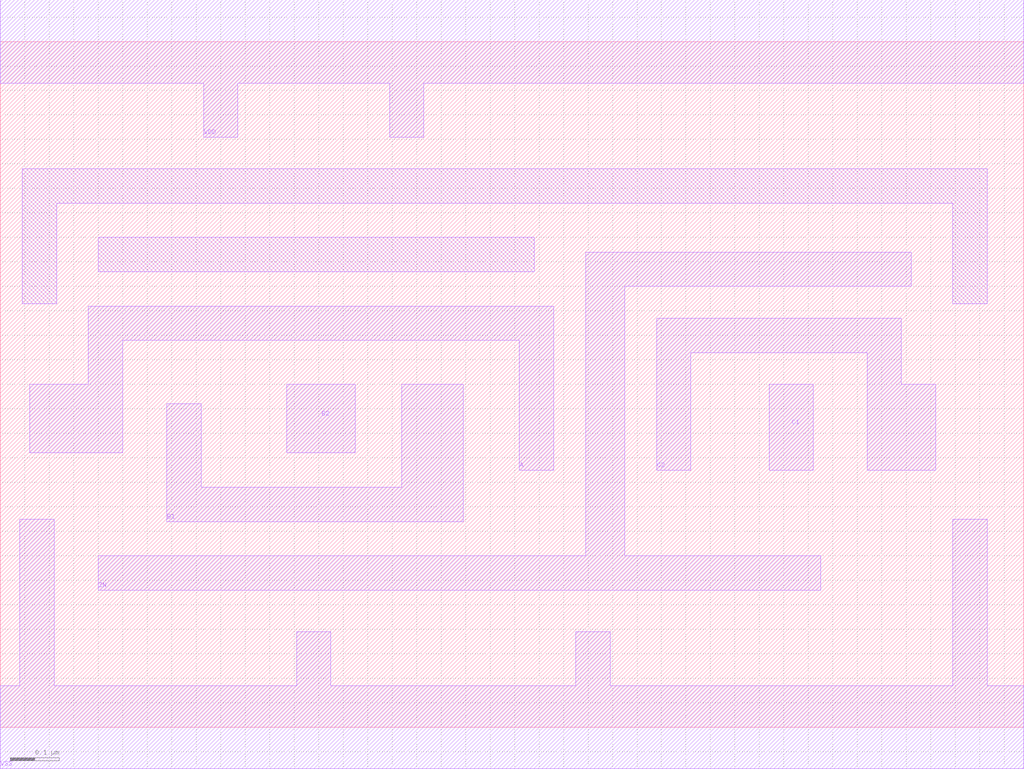
<source format=lef>
# 
# ******************************************************************************
# *                                                                            *
# *                   Copyright (C) 2004-2010, Nangate Inc.                    *
# *                           All rights reserved.                             *
# *                                                                            *
# * Nangate and the Nangate logo are trademarks of Nangate Inc.                *
# *                                                                            *
# * All trademarks, logos, software marks, and trade names (collectively the   *
# * "Marks") in this program are proprietary to Nangate or other respective    *
# * owners that have granted Nangate the right and license to use such Marks.  *
# * You are not permitted to use the Marks without the prior written consent   *
# * of Nangate or such third party that may own the Marks.                     *
# *                                                                            *
# * This file has been provided pursuant to a License Agreement containing     *
# * restrictions on its use. This file contains valuable trade secrets and     *
# * proprietary information of Nangate Inc., and is protected by U.S. and      *
# * international laws and/or treaties.                                        *
# *                                                                            *
# * The copyright notice(s) in this file does not indicate actual or intended  *
# * publication of this file.                                                  *
# *                                                                            *
# *     NGLibraryCreator, v2010.08-HR32-SP3-2010-08-05 - build 1009061800      *
# *                                                                            *
# ******************************************************************************
# 
# 
# Running on brazil06.nangate.com.br for user Giancarlo Franciscatto (gfr).
# Local time is now Fri, 3 Dec 2010, 19:32:18.
# Main process id is 27821.

VERSION 5.6 ;
BUSBITCHARS "[]" ;
DIVIDERCHAR "/" ;

MACRO AOI221_X2
  CLASS core ;
  FOREIGN AOI221_X2 0.0 0.0 ;
  ORIGIN 0 0 ;
  SYMMETRY X Y ;
  SITE FreePDK45_38x28_10R_NP_162NW_34O ;
  SIZE 2.09 BY 1.4 ;
  PIN A
    DIRECTION INPUT ;
    ANTENNAPARTIALMETALAREA 0.11795 LAYER metal1 ;
    ANTENNAPARTIALMETALSIDEAREA 0.4251 LAYER metal1 ;
    ANTENNAGATEAREA 0.1045 ;
    PORT
      LAYER metal1 ;
        POLYGON 0.06 0.56 0.25 0.56 0.25 0.79 1.06 0.79 1.06 0.525 1.13 0.525 1.13 0.86 0.18 0.86 0.18 0.7 0.06 0.7  ;
    END
  END A
  PIN B1
    DIRECTION INPUT ;
    ANTENNAPARTIALMETALAREA 0.0805 LAYER metal1 ;
    ANTENNAPARTIALMETALSIDEAREA 0.2743 LAYER metal1 ;
    ANTENNAGATEAREA 0.1045 ;
    PORT
      LAYER metal1 ;
        POLYGON 0.34 0.42 0.945 0.42 0.945 0.7 0.82 0.7 0.82 0.49 0.41 0.49 0.41 0.66 0.34 0.66  ;
    END
  END B1
  PIN B2
    DIRECTION INPUT ;
    ANTENNAPARTIALMETALAREA 0.0196 LAYER metal1 ;
    ANTENNAPARTIALMETALSIDEAREA 0.0728 LAYER metal1 ;
    ANTENNAGATEAREA 0.1045 ;
    PORT
      LAYER metal1 ;
        POLYGON 0.585 0.56 0.725 0.56 0.725 0.7 0.585 0.7  ;
    END
  END B2
  PIN C1
    DIRECTION INPUT ;
    ANTENNAPARTIALMETALAREA 0.01575 LAYER metal1 ;
    ANTENNAPARTIALMETALSIDEAREA 0.0689 LAYER metal1 ;
    ANTENNAGATEAREA 0.1045 ;
    PORT
      LAYER metal1 ;
        POLYGON 1.57 0.525 1.66 0.525 1.66 0.7 1.57 0.7  ;
    END
  END C1
  PIN C2
    DIRECTION INPUT ;
    ANTENNAPARTIALMETALAREA 0.08085 LAYER metal1 ;
    ANTENNAPARTIALMETALSIDEAREA 0.2912 LAYER metal1 ;
    ANTENNAGATEAREA 0.1045 ;
    PORT
      LAYER metal1 ;
        POLYGON 1.34 0.525 1.41 0.525 1.41 0.765 1.77 0.765 1.77 0.525 1.91 0.525 1.91 0.7 1.84 0.7 1.84 0.835 1.34 0.835  ;
    END
  END C2
  PIN ZN
    DIRECTION OUTPUT ;
    ANTENNAPARTIALMETALAREA 0.1938 LAYER metal1 ;
    ANTENNAPARTIALMETALSIDEAREA 0.715 LAYER metal1 ;
    ANTENNADIFFAREA 0.3507 ;
    PORT
      LAYER metal1 ;
        POLYGON 1.275 0.9 1.86 0.9 1.86 0.97 1.195 0.97 1.195 0.35 0.2 0.35 0.2 0.28 1.675 0.28 1.675 0.35 1.275 0.35  ;
    END
  END ZN
  PIN VDD
    DIRECTION INOUT ;
    USE power ;
    SHAPE ABUTMENT ;
    PORT
      LAYER metal1 ;
        POLYGON 0 1.315 0.415 1.315 0.415 1.205 0.485 1.205 0.485 1.315 0.795 1.315 0.795 1.205 0.865 1.205 0.865 1.315 2.015 1.315 2.09 1.315 2.09 1.485 2.015 1.485 0 1.485  ;
    END
  END VDD
  PIN VSS
    DIRECTION INOUT ;
    USE ground ;
    SHAPE ABUTMENT ;
    PORT
      LAYER metal1 ;
        POLYGON 0 -0.085 2.09 -0.085 2.09 0.085 2.015 0.085 2.015 0.425 1.945 0.425 1.945 0.085 1.245 0.085 1.245 0.195 1.175 0.195 1.175 0.085 0.675 0.085 0.675 0.195 0.605 0.195 0.605 0.085 0.11 0.085 0.11 0.425 0.04 0.425 0.04 0.085 0 0.085  ;
    END
  END VSS
  OBS
      LAYER metal1 ;
        POLYGON 0.2 0.93 1.09 0.93 1.09 1 0.2 1  ;
        POLYGON 0.045 0.865 0.115 0.865 0.115 1.07 1.945 1.07 1.945 0.865 2.015 0.865 2.015 1.14 0.045 1.14  ;
  END
END AOI221_X2

END LIBRARY
#
# End of file
#

</source>
